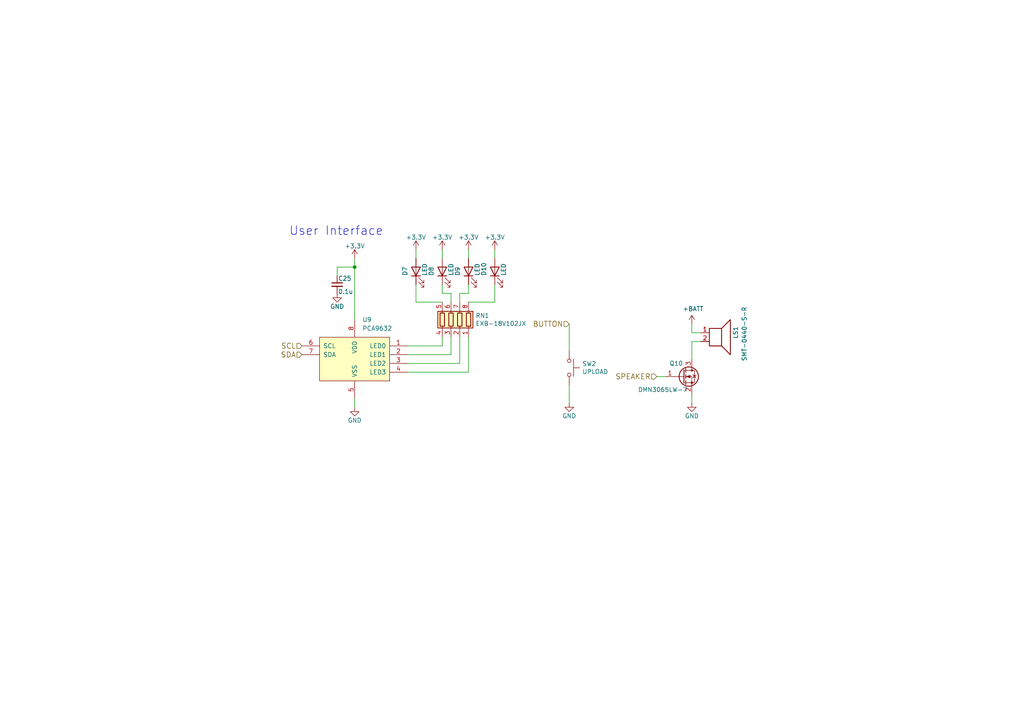
<source format=kicad_sch>
(kicad_sch (version 20230121) (generator eeschema)
  (paper "A4")
  (lib_symbols
    (symbol "Device:C_Small" (pin_numbers hide) (pin_names (offset 0.254) hide)
      (property "Reference" "C" (at 0.254 1.778 0))
      (property "Value" "C_Small" (at 0.254 -2.032 0))
      (symbol "C_Small_0_1"
        (polyline (pts (xy -1.524 -0.508) (xy 1.524 -0.508)) (stroke (width 0.3302)))
        (polyline (pts (xy -1.524 0.508) (xy 1.524 0.508)) (stroke (width 0.3048)))
      )
      (symbol "C_Small_1_1"
        (pin passive line (at 0 2.54 270) (length 2.032) (name "~") (number "1"))
        (pin passive line (at 0 -2.54 90) (length 2.032) (name "~") (number "2"))
      )
    )
    (symbol "Device:LED" (pin_numbers hide) (pin_names (offset 1.016) hide)
      (property "Reference" "D" (at 0 2.54 0))
      (property "Value" "LED" (at 0 -2.54 0))
      (symbol "LED_0_1"
        (polyline (pts (xy -1.27 -1.27) (xy -1.27 1.27)) (stroke (width 0.254)))
        (polyline (pts (xy -1.27 0) (xy 1.27 0)))
        (polyline (pts (xy 1.27 -1.27) (xy 1.27 1.27) (xy -1.27 0) (xy 1.27 -1.27)) (stroke (width 0.254)))
        (polyline (pts (xy -3.048 -0.762) (xy -4.572 -2.286) (xy -3.81 -2.286) (xy -4.572 -2.286) (xy -4.572 -1.524)))
        (polyline (pts (xy -1.778 -0.762) (xy -3.302 -2.286) (xy -2.54 -2.286) (xy -3.302 -2.286) (xy -3.302 -1.524)))
      )
      (symbol "LED_1_1"
        (pin passive line (at -3.81 0 0) (length 2.54) (name "K") (number "1"))
        (pin passive line (at 3.81 0 180) (length 2.54) (name "A") (number "2"))
      )
    )
    (symbol "Device:Q_NMOS_GSD" (pin_names (offset 0) hide)
      (property "Reference" "Q" (at 5.08 1.27 0))
      (property "Value" "Q_NMOS_GSD" (at 5.08 -1.27 0))
      (symbol "Q_NMOS_GSD_0_1"
        (polyline (pts (xy 0.254 0) (xy -2.54 0)))
        (polyline (pts (xy 0.254 1.905) (xy 0.254 -1.905)) (stroke (width 0.254)))
        (polyline (pts (xy 0.762 -1.27) (xy 0.762 -2.286)) (stroke (width 0.254)))
        (polyline (pts (xy 0.762 0.508) (xy 0.762 -0.508)) (stroke (width 0.254)))
        (polyline (pts (xy 0.762 2.286) (xy 0.762 1.27)) (stroke (width 0.254)))
        (polyline (pts (xy 2.54 2.54) (xy 2.54 1.778)))
        (polyline (pts (xy 2.54 -2.54) (xy 2.54 0) (xy 0.762 0)))
        (polyline (pts (xy 0.762 -1.778) (xy 3.302 -1.778) (xy 3.302 1.778) (xy 0.762 1.778)))
        (polyline (pts (xy 1.016 0) (xy 2.032 0.381) (xy 2.032 -0.381) (xy 1.016 0)) (fill (type outline)))
        (polyline (pts (xy 2.794 0.508) (xy 2.921 0.381) (xy 3.683 0.381) (xy 3.81 0.254)))
        (polyline (pts (xy 3.302 0.381) (xy 2.921 -0.254) (xy 3.683 -0.254) (xy 3.302 0.381)))
        (circle (center 1.651 0) (radius 2.794) (stroke (width 0.254)))
        (circle (center 2.54 -1.778) (radius 0.254) (fill (type outline)))
        (circle (center 2.54 1.778) (radius 0.254) (fill (type outline)))
      )
      (symbol "Q_NMOS_GSD_1_1"
        (pin input line (at -5.08 0 0) (length 2.54) (name "G") (number "1"))
        (pin passive line (at 2.54 -5.08 90) (length 2.54) (name "S") (number "2"))
        (pin passive line (at 2.54 5.08 270) (length 2.54) (name "D") (number "3"))
      )
    )
    (symbol "Device:R_Pack04" (pin_names (offset 0) hide)
      (property "Reference" "RN" (at -7.62 0 90))
      (property "Value" "R_Pack04" (at 5.08 0 90))
      (symbol "R_Pack04_0_1"
        (rectangle (start -6.35 -2.413) (end 3.81 2.413) (stroke (width 0.254)) (fill (type background)))
        (rectangle (start -5.715 1.905) (end -4.445 -1.905) (stroke (width 0.254)))
        (rectangle (start -3.175 1.905) (end -1.905 -1.905) (stroke (width 0.254)))
        (rectangle (start -0.635 1.905) (end 0.635 -1.905) (stroke (width 0.254)))
        (polyline (pts (xy -5.08 -2.54) (xy -5.08 -1.905)))
        (polyline (pts (xy -5.08 1.905) (xy -5.08 2.54)))
        (polyline (pts (xy -2.54 -2.54) (xy -2.54 -1.905)))
        (polyline (pts (xy -2.54 1.905) (xy -2.54 2.54)))
        (polyline (pts (xy 0 -2.54) (xy 0 -1.905)))
        (polyline (pts (xy 0 1.905) (xy 0 2.54)))
        (polyline (pts (xy 2.54 -2.54) (xy 2.54 -1.905)))
        (polyline (pts (xy 2.54 1.905) (xy 2.54 2.54)))
        (rectangle (start 1.905 1.905) (end 3.175 -1.905) (stroke (width 0.254)))
      )
      (symbol "R_Pack04_1_1"
        (pin passive line (at -5.08 -5.08 90) (length 2.54) (name "R1.1") (number "1"))
        (pin passive line (at -2.54 -5.08 90) (length 2.54) (name "R2.1") (number "2"))
        (pin passive line (at 0 -5.08 90) (length 2.54) (name "R3.1") (number "3"))
        (pin passive line (at 2.54 -5.08 90) (length 2.54) (name "R4.1") (number "4"))
        (pin passive line (at 2.54 5.08 270) (length 2.54) (name "R4.2") (number "5"))
        (pin passive line (at 0 5.08 270) (length 2.54) (name "R3.2") (number "6"))
        (pin passive line (at -2.54 5.08 270) (length 2.54) (name "R2.2") (number "7"))
        (pin passive line (at -5.08 5.08 270) (length 2.54) (name "R1.2") (number "8"))
      )
    )
    (symbol "Device:Speaker" (pin_names (offset 0) hide)
      (property "Reference" "LS" (at 1.27 5.715 0))
      (property "Value" "Speaker" (at 1.27 3.81 0))
      (symbol "Speaker_0_0"
        (rectangle (start -2.54 1.27) (end 1.016 -3.81) (stroke (width 0.254)))
        (polyline (pts (xy 1.016 1.27) (xy 3.556 3.81) (xy 3.556 -6.35) (xy 1.016 -3.81)) (stroke (width 0.254)))
      )
      (symbol "Speaker_1_1"
        (pin input line (at -5.08 0 0) (length 2.54) (name "1") (number "1"))
        (pin input line (at -5.08 -2.54 0) (length 2.54) (name "2") (number "2"))
      )
    )
    (symbol "KERISE:PCA9632" (pin_names (offset 1.016))
      (property "Reference" "U" (at -12.7 8.255 0))
      (property "Value" "PCA9632" (at 1.27 8.255 0))
      (symbol "PCA9632_0_1"
        (rectangle (start -10.16 6.35) (end 10.16 -6.35) (fill (type background)))
      )
      (symbol "PCA9632_1_1"
        (pin open_collector line (at 15.24 3.81 180) (length 5.08) (name "LED0") (number "1"))
        (pin open_collector line (at 15.24 1.27 180) (length 5.08) (name "LED1") (number "2"))
        (pin open_collector line (at 15.24 -1.27 180) (length 5.08) (name "LED2") (number "3"))
        (pin open_collector line (at 15.24 -3.81 180) (length 5.08) (name "LED3") (number "4"))
        (pin power_in line (at 0 -11.43 90) (length 5.08) (name "VSS") (number "5"))
        (pin input line (at -15.24 3.81 0) (length 5.08) (name "SCL") (number "6"))
        (pin bidirectional line (at -15.24 1.27 0) (length 5.08) (name "SDA") (number "7"))
        (pin power_in line (at 0 11.43 270) (length 5.08) (name "VDD") (number "8"))
      )
    )
    (symbol "Switch:SW_Push" (pin_numbers hide) (pin_names (offset 1.016) hide)
      (property "Reference" "SW" (at 1.27 2.54 0))
      (property "Value" "SW_Push" (at 0 -1.524 0))
      (symbol "SW_Push_0_1"
        (circle (center -2.032 0) (radius 0.508))
        (polyline (pts (xy 0 1.27) (xy 0 3.048)))
        (polyline (pts (xy 2.54 1.27) (xy -2.54 1.27)))
        (circle (center 2.032 0) (radius 0.508))
        (pin passive line (at -5.08 0 0) (length 2.54) (name "1") (number "1"))
        (pin passive line (at 5.08 0 180) (length 2.54) (name "2") (number "2"))
      )
    )
    (symbol "power:+3.3V" (power) (pin_names (offset 0))
      (property "Value" "+3.3V" (at 0 3.556 0))
      (symbol "+3.3V_0_1"
        (polyline (pts (xy -0.762 1.27) (xy 0 2.54)))
        (polyline (pts (xy 0 0) (xy 0 2.54)))
        (polyline (pts (xy 0 2.54) (xy 0.762 1.27)))
      )
      (symbol "+3.3V_1_1"
        (pin power_in line (at 0 0 90) (length 0) hide (name "+3.3V") (number "1"))
      )
    )
    (symbol "power:+BATT" (power) (pin_names (offset 0))
      (property "Value" "+BATT" (at 0 3.556 0))
      (symbol "+BATT_0_1"
        (polyline (pts (xy -0.762 1.27) (xy 0 2.54)))
        (polyline (pts (xy 0 0) (xy 0 2.54)))
        (polyline (pts (xy 0 2.54) (xy 0.762 1.27)))
      )
      (symbol "+BATT_1_1"
        (pin power_in line (at 0 0 90) (length 0) hide (name "+BATT") (number "1"))
      )
    )
    (symbol "power:GND" (power) (pin_names (offset 0))
      (property "Value" "GND" (at 0 -3.81 0))
      (symbol "GND_0_1"
        (polyline (pts (xy 0 0) (xy 0 -1.27) (xy 1.27 -1.27) (xy 0 -2.54) (xy -1.27 -1.27) (xy 0 -1.27)))
      )
      (symbol "GND_1_1"
        (pin power_in line (at 0 0 270) (length 0) hide (name "GND") (number "1"))
      )
    )
  )
  (junction (at 102.87 77.47))
  (wire (pts (xy 133.35 105.41) (xy 133.35 97.79)))
  (wire (pts (xy 128.27 82.55) (xy 128.27 85.09)))
  (wire (pts (xy 118.11 102.87) (xy 130.81 102.87)))
  (wire (pts (xy 200.66 96.52) (xy 200.66 93.98)))
  (wire (pts (xy 143.51 82.55) (xy 143.51 87.63)))
  (wire (pts (xy 133.35 87.63) (xy 133.35 85.09)))
  (wire (pts (xy 102.87 74.93) (xy 102.87 77.47)))
  (wire (pts (xy 128.27 85.09) (xy 130.81 85.09)))
  (wire (pts (xy 135.89 85.09) (xy 135.89 82.55)))
  (wire (pts (xy 120.65 74.93) (xy 120.65 72.39)))
  (wire (pts (xy 128.27 87.63) (xy 120.65 87.63)))
  (wire (pts (xy 118.11 105.41) (xy 133.35 105.41)))
  (wire (pts (xy 135.89 87.63) (xy 143.51 87.63)))
  (wire (pts (xy 200.66 114.3) (xy 200.66 116.84)))
  (wire (pts (xy 130.81 85.09) (xy 130.81 87.63)))
  (wire (pts (xy 130.81 102.87) (xy 130.81 97.79)))
  (wire (pts (xy 102.87 77.47) (xy 102.87 92.71)))
  (wire (pts (xy 135.89 107.95) (xy 118.11 107.95)))
  (wire (pts (xy 200.66 99.06) (xy 203.2 99.06)))
  (wire (pts (xy 165.1 116.84) (xy 165.1 111.76)))
  (wire (pts (xy 128.27 97.79) (xy 128.27 100.33)))
  (wire (pts (xy 135.89 74.93) (xy 135.89 72.39)))
  (wire (pts (xy 135.89 97.79) (xy 135.89 107.95)))
  (wire (pts (xy 102.87 118.11) (xy 102.87 115.57)))
  (wire (pts (xy 190.5 109.22) (xy 193.04 109.22)))
  (wire (pts (xy 143.51 74.93) (xy 143.51 72.39)))
  (wire (pts (xy 165.1 93.98) (xy 165.1 101.6)))
  (wire (pts (xy 97.79 77.47) (xy 102.87 77.47)))
  (wire (pts (xy 200.66 99.06) (xy 200.66 104.14)))
  (wire (pts (xy 128.27 74.93) (xy 128.27 72.39)))
  (wire (pts (xy 133.35 85.09) (xy 135.89 85.09)))
  (wire (pts (xy 97.79 80.01) (xy 97.79 77.47)))
  (wire (pts (xy 200.66 96.52) (xy 203.2 96.52)))
  (wire (pts (xy 120.65 87.63) (xy 120.65 82.55)))
  (wire (pts (xy 118.11 100.33) (xy 128.27 100.33)))
  (text "User Interface" (at 83.82 68.58 0) (effects (font (size 2.54 2.54)) (justify left bottom)))
  (hierarchical_label "BUTTON" (shape input) (at 165.1 93.98 180) (effects (font (size 1.524 1.524))))
  (hierarchical_label "SDA" (shape input) (at 87.63 102.87 180) (effects (font (size 1.524 1.524))))
  (hierarchical_label "SCL" (shape input) (at 87.63 100.33 180) (effects (font (size 1.524 1.524))))
  (hierarchical_label "SPEAKER" (shape input) (at 190.5 109.22 180) (effects (font (size 1.524 1.524))))
  (symbol (lib_id "power:GND") (at 165.1 116.84 0) (unit 1)
    (property "Reference" "#PWR071" (effects hide))
    (property "Value" "GND" (at 165.1 120.65 0))
  )
  (symbol (lib_id "Device:Speaker") (at 208.28 96.52 0) (unit 1)
    (property "Reference" "LS1" (at 213.36 94.615 90) (effects (justify right)))
    (property "Value" "SMT-0440-S-R" (at 215.9 88.9 90) (effects (justify right)))
    (property "Footprint" "mouse:SMT-0440-S-R" (effects hide))
  )
  (symbol (lib_id "power:GND") (at 200.66 116.84 0) (unit 1)
    (property "Reference" "#PWR073" (effects hide))
    (property "Value" "GND" (at 200.66 120.65 0))
  )
  (symbol (lib_id "power:+3.3V") (at 102.87 74.93 0) (unit 1)
    (property "Reference" "#PWR065" (effects hide))
    (property "Value" "+3.3V" (at 102.87 71.374 0))
  )
  (symbol (lib_id "power:GND") (at 102.87 118.11 0) (unit 1)
    (property "Reference" "#PWR066" (effects hide))
    (property "Value" "GND" (at 102.87 121.92 0))
  )
  (symbol (lib_id "Device:LED") (at 120.65 78.74 90) (unit 1)
    (property "Reference" "D7" (at 117.475 80.01 0) (effects (justify left)))
    (property "Value" "LED" (at 123.19 80.01 0) (effects (justify left)))
    (property "Footprint" "LED_SMD:LED_0402_1005Metric" (effects hide))
  )
  (symbol (lib_id "power:+3.3V") (at 120.65 72.39 0) (unit 1)
    (property "Reference" "#PWR067" (effects hide))
    (property "Value" "+3.3V" (at 120.65 68.834 0))
  )
  (symbol (lib_id "Device:LED") (at 128.27 78.74 90) (unit 1)
    (property "Reference" "D8" (at 125.095 80.01 0) (effects (justify left)))
    (property "Value" "LED" (at 130.81 80.01 0) (effects (justify left)))
    (property "Footprint" "LED_SMD:LED_0402_1005Metric" (effects hide))
  )
  (symbol (lib_id "power:+3.3V") (at 128.27 72.39 0) (unit 1)
    (property "Reference" "#PWR068" (effects hide))
    (property "Value" "+3.3V" (at 128.27 68.834 0))
  )
  (symbol (lib_id "power:+3.3V") (at 143.51 72.39 0) (unit 1)
    (property "Reference" "#PWR070" (effects hide))
    (property "Value" "+3.3V" (at 143.51 68.834 0))
  )
  (symbol (lib_id "Device:LED") (at 143.51 78.74 90) (unit 1)
    (property "Reference" "D10" (at 140.335 80.01 0) (effects (justify left)))
    (property "Value" "LED" (at 146.05 80.01 0) (effects (justify left)))
    (property "Footprint" "LED_SMD:LED_0402_1005Metric" (effects hide))
  )
  (symbol (lib_id "power:+3.3V") (at 135.89 72.39 0) (unit 1)
    (property "Reference" "#PWR069" (effects hide))
    (property "Value" "+3.3V" (at 135.89 68.834 0))
  )
  (symbol (lib_id "Device:LED") (at 135.89 78.74 90) (unit 1)
    (property "Reference" "D9" (at 132.715 80.01 0) (effects (justify left)))
    (property "Value" "LED" (at 138.43 80.01 0) (effects (justify left)))
    (property "Footprint" "LED_SMD:LED_0402_1005Metric" (effects hide))
  )
  (symbol (lib_id "Device:C_Small") (at 97.79 82.55 0) (unit 1)
    (property "Reference" "C25" (at 98.044 80.772 0) (effects (justify left)))
    (property "Value" "0.1u" (at 98.044 84.582 0) (effects (justify left)))
    (property "Footprint" "Capacitor_SMD:C_0201_0603Metric" (effects hide))
  )
  (symbol (lib_id "power:GND") (at 97.79 85.09 0) (unit 1)
    (property "Reference" "#PWR064" (effects hide))
    (property "Value" "GND" (at 97.79 88.9 0))
  )
  (symbol (lib_id "Device:Q_NMOS_GSD") (at 198.12 109.22 0) (unit 1)
    (property "Reference" "Q10" (at 198.12 105.41 0) (effects (justify right)))
    (property "Value" "DMN3065LW-7" (at 199.39 113.03 0) (effects (justify right)))
    (property "Footprint" "Package_TO_SOT_SMD:SOT-323_SC-70" (effects hide))
  )
  (symbol (lib_id "Switch:SW_Push") (at 165.1 106.68 270) (unit 1)
    (property "Reference" "SW2" (at 168.8592 105.5116 90) (effects (justify left)))
    (property "Value" "UPLOAD" (at 168.8592 107.823 90) (effects (justify left)))
    (property "Footprint" "mouse:EVPBB" (effects hide))
  )
  (symbol (lib_id "power:+BATT") (at 200.66 93.98 0) (unit 1)
    (property "Reference" "#PWR072" (effects hide))
    (property "Value" "+BATT" (at 201.041 89.5858 0))
  )
  (symbol (lib_id "Device:R_Pack04") (at 130.81 92.71 0) (mirror y) (unit 1)
    (property "Reference" "RN1" (at 137.922 91.5416 0) (effects (justify right)))
    (property "Value" "EXB-18V102JX" (at 137.922 93.853 0) (effects (justify right)))
    (property "Footprint" "mouse:R_Array_Concave_4x0201" (effects hide))
  )
  (symbol (lib_id "KERISE:PCA9632") (at 102.87 104.14 0) (unit 1)
    (property "Reference" "U9" (at 105.0641 92.71 0) (effects (justify left)))
    (property "Value" "PCA9632" (at 105.0641 95.25 0) (effects (justify left)))
    (property "Footprint" "mouse:DFN-8-1EP_3x3mm_Pitch0.5mm" (effects hide))
    (property "Datasheet" "https://www.nxp.com/docs/en/data-sheet/PCA9632.pdf" (effects hide))
  )
)
</source>
